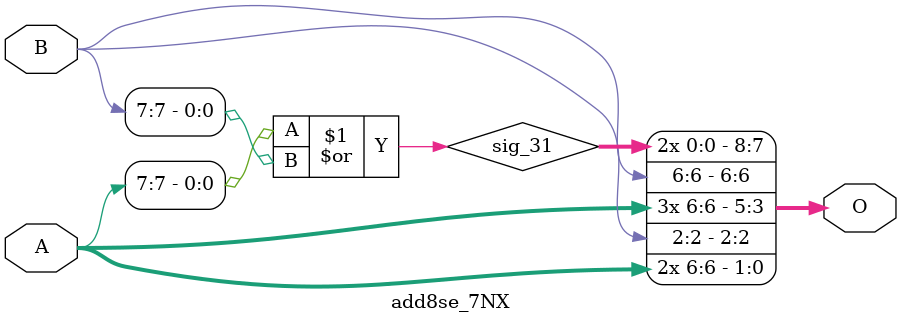
<source format=v>
/***
* This code is a part of EvoApproxLib library (ehw.fit.vutbr.cz/approxlib) distributed under The MIT License.
* When used, please cite the following article(s):  
* This file contains a circuit from a sub-set of pareto optimal circuits with respect to the pwr and mse parameters
***/
// MAE% = 12.46 %
// MAE = 64 
// WCE% = 25.00 %
// WCE = 128 
// WCRE% = 7000.00 %
// EP% = 99.98 %
// MRE% = 250.03 %
// MSE = 4749 
// PDK45_PWR = 0.00037 mW
// PDK45_AREA = 2.3 um2
// PDK45_DELAY = 0.05 ns

module add8se_7NX (
    A,
    B,
    O
);

input [7:0] A;
input [7:0] B;
output [8:0] O;

wire sig_31;

assign sig_31 = A[7] | B[7];

assign O[8] = sig_31;
assign O[7] = sig_31;
assign O[6] = B[6];
assign O[5] = A[6];
assign O[4] = A[6];
assign O[3] = A[6];
assign O[2] = B[2];
assign O[1] = A[6];
assign O[0] = A[6];

endmodule



</source>
